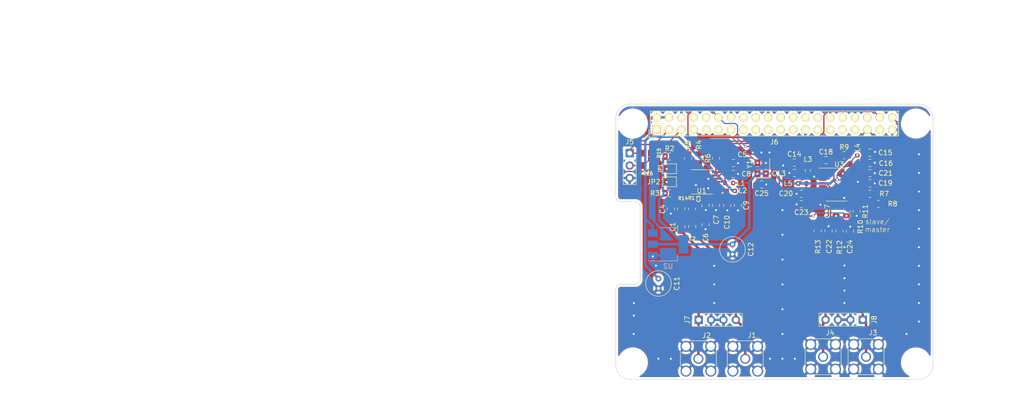
<source format=kicad_pcb>
(kicad_pcb (version 20211014) (generator pcbnew)
  (layers (0 "F.Cu" signal) (1 "In1.Cu" power) (2 "In2.Cu" power) (31 "B.Cu" signal) (34 "B.Paste" user) (35 "F.Paste" user) (36 "B.SilkS" user "B.Silkscreen") (37 "F.SilkS" user "F.Silkscreen") (38 "B.Mask" user) (39 "F.Mask" user) (44 "Edge.Cuts" user))
  (net 0 "")
  (net 1 "Net-(C1-Pad2)")
  (net 2 "/InL")
  (net 3 "/InR")
  (net 4 "Net-(C2-Pad2)")
  (net 5 "GND")
  (net 6 "/VDD")
  (net 7 "/VCC")
  (net 8 "+5V")
  (net 9 "+3.3V")
  (net 10 "/CPVDD")
  (net 11 "/DVDD")
  (net 12 "Net-(C17-Pad1)")
  (net 13 "Net-(C18-Pad1)")
  (net 14 "Net-(C18-Pad2)")
  (net 15 "Net-(C19-Pad1)")
  (net 16 "/AVDD")
  (net 17 "/OutR")
  (net 18 "/OutL")
  (net 19 "SDA")
  (net 20 "SCL")
  (net 21 "Net-(J6-Pad1)")
  (net 22 "GPCLK0")
  (net 26 "BCK")
  (net 44 "LRCK")
  (net 47 "Dout")
  (net 48 "Din")
  (net 49 "Net-(JP1-Pad2)")
  (net 50 "Net-(JP2-Pad2)")
  (net 51 "Net-(R4-Pad1)")
  (net 52 "Net-(R5-Pad1)")
  (net 53 "Net-(R6-Pad1)")
  (net 54 "Net-(R7-Pad2)")
  (net 55 "Net-(R8-Pad2)")
  (net 56 "Net-(R9-Pad2)")
  (net 57 "Net-(R10-Pad2)")
  (net 58 "Net-(R12-Pad1)")
  (net 59 "Net-(R13-Pad1)")
  (net 60 "/VREF")
  (net 61 "/VINL")
  (net 62 "/VINR")
  (footprint "RPi_Hat:RPi_Hat_Mounting_Hole" (layer "F.Cu") (at 174.6716 62.2572)
    (fp_text reference "" hide)
    (fp_text value "" hide)
  )
  (footprint "RPi_Hat:RPi_Hat_Mounting_Hole" (layer "F.Cu") (at 116.6716 62.2572)
    (fp_text reference "" hide)
    (fp_text value "" hide)
  )
  (footprint "RPi_Hat:RPi_Hat_Mounting_Hole" (layer "F.Cu") (at 116.6716 111.2572)
    (fp_text reference "" hide)
    (fp_text value "" hide)
  )
  (footprint "RPi_Hat:RPi_Hat_Mounting_Hole" (layer "F.Cu") (at 174.6716 111.2572)
    (fp_text reference "" hide)
    (fp_text value "" hide)
  )
  (footprint "RPi_Hat:Pin_Header_Straight_2x20" (layer "F.Cu") (at 145.6716 62.2572 90)
    (fp_text reference "J6")
    (fp_text value "RPi_GPIO")
  )
  (footprint "Capacitor_SMD:C_0805_2012Metric" (layer "F.Cu") (at 131.572 79.0448 -90)
    (fp_text reference "C3")
    (fp_text value "10u")
  )
  (footprint "Resistor_SMD:R_0805_2012Metric" (layer "F.Cu") (at 128.778 79.756 90)
    (fp_text reference "R1")
    (fp_text value "1k")
  )
  (footprint "Resistor_SMD:R_0805_2012Metric" (layer "F.Cu") (at 160.4264 80.264 90)
    (fp_text reference "R10")
    (fp_text value "51")
  )
  (footprint "Capacitor_SMD:C_0805_2012Metric" (layer "F.Cu") (at 156.21 69.7484)
    (fp_text reference "C18")
    (fp_text value "2.2u")
  )
  (footprint "Capacitor_SMD:C_0805_2012Metric" (layer "F.Cu") (at 136.017001 79.0448 -90)
    (fp_text reference "C10")
    (fp_text value "100n")
  )
  (footprint "Resistor_SMD:R_0805_2012Metric" (layer "F.Cu") (at 124.206 69.0372)
    (fp_text reference "R2")
    (fp_text value "10k")
  )
  (footprint "Resistor_SMD:R_0805_2012Metric" (layer "F.Cu") (at 119.7864 68.326 180)
    (fp_text reference "R15")
    (fp_text value "2.2k")
  )
  (footprint "Capacitor_SMD:C_0805_2012Metric" (layer "F.Cu") (at 124.46 79.7916 90)
    (fp_text reference "C4")
    (fp_text value "100p")
  )
  (footprint "Connector_PinHeader_2.54mm:PinHeader_1x04_P2.54mm_Vertical" (layer "F.Cu") (at 130.1596 102.5144 90)
    (fp_text reference "J7")
    (fp_text value "In")
  )
  (footprint "Connector_PinHeader_2.54mm:PinHeader_1x03_P2.54mm_Vertical" (layer "F.Cu") (at 116.0272 68.341)
    (fp_text reference "J5")
    (fp_text value "I2C")
  )
  (footprint "Jumper:SolderJumper-2_P1.3mm_Open_Pad1.0x1.5mm" (layer "F.Cu") (at 124.207 71.526401)
    (fp_text reference "JP1")
    (fp_text value "MD0")
  )
  (footprint "Resistor_SMD:R_0805_2012Metric" (layer "F.Cu") (at 159.004 84.2772 -90)
    (fp_text reference "R12")
    (fp_text value "470")
  )
  (footprint "Resistor_SMD:R_0805_2012Metric" (layer "F.Cu") (at 159.9692 68.7444)
    (fp_text reference "R9")
    (fp_text value "51")
  )
  (footprint "Resistor_SMD:R_0805_2012Metric" (layer "F.Cu") (at 126.5936 79.756 90)
    (fp_text reference "R14")
    (fp_text value "1k")
  )
  (footprint "Capacitor_THT:C_Radial_D5.0mm_H7.0mm_P2.00mm" (layer "F.Cu") (at 137.0838 87.0618 -90)
    (fp_text reference "C12")
    (fp_text value "47u")
  )
  (footprint "Capacitor_SMD:C_0805_2012Metric" (layer "F.Cu") (at 165.2524 72.4408)
    (fp_text reference "C21")
    (fp_text value "100n")
  )
  (footprint "Capacitor_SMD:C_0805_2012Metric" (layer "F.Cu") (at 143.0528 74.7522)
    (fp_text reference "C25")
    (fp_text value "100n")
  )
  (footprint "Capacitor_SMD:C_0805_2012Metric" (layer "F.Cu") (at 158.2928 80.264 -90)
    (fp_text reference "C17")
    (fp_text value "2.2u")
  )
  (footprint "Capacitor_SMD:C_0805_2012Metric" (layer "F.Cu") (at 138.2014 79.0448 -90)
    (fp_text reference "C9")
    (fp_text value "10u")
  )
  (footprint "Resistor_SMD:R_0603_1608Metric" (layer "F.Cu") (at 136.3726 74.4474 180)
    (fp_text reference "L1")
    (fp_text value "L")
  )
  (footprint "Capacitor_SMD:C_0805_2012Metric" (layer "F.Cu") (at 156.7688 84.2772 90)
    (fp_text reference "C22")
    (fp_text value "1.5n")
  )
  (footprint "Capacitor_SMD:C_0805_2012Metric" (layer "F.Cu") (at 128.8288 83.3882 90)
    (fp_text reference "C2")
    (fp_text value "10u")
  )
  (footprint "Resistor_SMD:R_0805_2012Metric" (layer "F.Cu") (at 154.5336 84.2753 -90)
    (fp_text reference "R13")
    (fp_text value "470")
  )
  (footprint "Capacitor_SMD:C_0805_2012Metric" (layer "F.Cu") (at 165.2016 68.2244)
    (fp_text reference "C15")
    (fp_text value "10u")
  )
  (footprint "Resistor_SMD:R_0805_2012Metric" (layer "F.Cu") (at 124.206 76.5556)
    (fp_text reference "R3")
    (fp_text value "10k")
  )
  (footprint "Capacitor_SMD:C_0805_2012Metric" (layer "F.Cu") (at 161.1376 84.328 90)
    (fp_text reference "C24")
    (fp_text value "1.5n")
  )
  (footprint "Resistor_SMD:R_0805_2012Metric" (layer "F.Cu") (at 165.2016 76.6572 180)
    (fp_text reference "R7")
    (fp_text value "51")
  )
  (footprint "Resistor_SMD:R_0603_1608Metric" (layer "F.Cu") (at 151.384 74.549)
    (fp_text reference "L5")
    (fp_text value "L")
  )
  (footprint "Capacitor_SMD:C_0805_2012Metric" (layer "F.Cu") (at 126.619 83.4136 90)
    (fp_text reference "C1")
    (fp_text value "10u")
  )
  (footprint "Capacitor_SMD:C_0805_2012Metric" (layer "F.Cu") (at 137.2616 70.358)
    (fp_text reference "C5")
    (fp_text value "10u")
  )
  (footprint "Capacitor_SMD:C_0805_2012Metric" (layer "F.Cu") (at 133.7056 79.0448 -90)
    (fp_text reference "C7")
    (fp_text value "100n")
  )
  (footprint "Capacitor_SMD:C_0805_2012Metric" (layer "F.Cu") (at 165.2524 74.5236)
    (fp_text reference "C19")
    (fp_text value "10u")
  )
  (footprint "Crystal:Crystal_SMD_3225-4Pin_3.2x2.5mm" (layer "F.Cu") (at 143.0528 71.4248 90)
    (fp_text reference "Y1")
    (fp_text value "Oscillator")
  )
  (footprint "Connector_PinHeader_2.54mm:PinHeader_1x04_P2.54mm_Vertical" (layer "F.Cu") (at 163.7692 102.489 -90)
    (fp_text reference "J8")
    (fp_text value "In")
  )
  (footprint "Resistor_SMD:R_0805_2012Metric" (layer "F.Cu") (at 162.5092 80.264 90)
    (fp_text reference "R11")
    (fp_text value "51")
  )
  (footprint "Connector_Coaxial:SMA_Amphenol_132134_Vertical" (layer "F.Cu") (at 139.7 110.49)
    (fp_text reference "J1")
    (fp_text value "INR")
  )
  (footprint "Connector_Coaxial:SMA_Amphenol_132134_Vertical" (layer "F.Cu") (at 164.4396 110.0836)
    (fp_text reference "J3")
    (fp_text value "Conn_Coaxial")
  )
  (footprint "Capacitor_SMD:C_0805_2012Metric" (layer "F.Cu") (at 137.2616 72.5932)
    (fp_text reference "C8")
    (fp_text value "100n")
  )
  (footprint "Resistor_SMD:R_0805_2012Metric" (layer "F.Cu") (at 130.1496 69.3928 90)
    (fp_text reference "R4")
    (fp_text value "51")
  )
  (footprint "Capacitor_SMD:C_0805_2012Metric" (layer "F.Cu") (at 165.2372 70.3486)
    (fp_text reference "C16")
    (fp_text value "100n")
  )
  (footprint "Resistor_SMD:R_0805_2012Metric" (layer "F.Cu") (at 127.9652 69.3928 90)
    (fp_text reference "R5")
    (fp_text value "51")
  )
  (footprint "Capacitor_SMD:C_0805_2012Metric" (layer "F.Cu") (at 151.1808 78.7908 180)
    (fp_text reference "C23")
    (fp_text value "100n")
  )
  (footprint "Resistor_SMD:R_0805_2012Metric" (layer "F.Cu") (at 166.9796 78.74 180)
    (fp_text reference "R8")
    (fp_text value "51")
  )
  (footprint "Capacitor_THT:C_Radial_D5.0mm_H7.0mm_P2.00mm" (layer "F.Cu") (at 121.92 94.0628 -90)
    (fp_text reference "C11")
    (fp_text value "47u")
  )
  (footprint "Resistor_SMD:R_0805_2012Metric" (layer "F.Cu") (at 133.7056 69.3928 90)
    (fp_text reference "R6")
    (fp_text value "51")
  )
  (footprint "Library:SOP65P640X120-14N" (layer "F.Cu") (at 130.81 74.2188 180)
    (fp_text reference "U1")
    (fp_text value "PCM1808PWR")
  )
  (footprint "Capacitor_SMD:C_0805_2012Metric" (layer "F.Cu") (at 131.572 83.0072 90)
    (fp_text reference "C6")
    (fp_text value "100p")
  )
  (footprint "Capacitor_SMD:C_0805_2012Metric" (layer "F.Cu") (at 151.1808 76.6572 180)
    (fp_text reference "C20")
    (fp_text value "10u")
  )
  (footprint "Package_SO:TSSOP-20_4.4x6.5mm_P0.65mm" (layer "F.Cu") (at 158.3944 74.7776)
    (fp_text reference "U3")
    (fp_text value "PCM5102")
  )
  (footprint "Resistor_SMD:R_0805_2012Metric" (layer "F.Cu") (at 119.7864 70.866 180)
    (fp_text reference "R16")
    (fp_text value "2.2k")
  )
  (footprint "Resistor_SMD:R_0603_1608Metric" (layer "F.Cu") (at 162.6362 69.6468 -90)
    (fp_text reference "L4")
    (fp_text value "L")
  )
  (footprint "Connector_Coaxial:SMA_Amphenol_132134_Vertical" (layer "F.Cu") (at 130.0988 110.49)
    (fp_text reference "J2")
    (fp_text value "INL")
  )
  (footprint "Capacitor_SMD:C_0805_2012Metric" (layer "F.Cu") (at 149.7584 70.2564 180)
    (fp_text reference "C14")
    (fp_text value "100n")
  )
  (footprint "Resistor_SMD:R_0603_1608Metric" (layer "F.Cu") (at 136.779 76.073 180)
    (fp_text reference "L2")
    (fp_text value "L")
  )
  (footprint "Capacitor_SMD:C_0805_2012Metric" (layer "F.Cu") (at 149.7584 72.39 180)
    (fp_text reference "C13")
    (fp_text value "10u")
  )
  (footprint "Resistor_SMD:R_0603_1608Metric" (layer "F.Cu") (at 152.527 71.882 90)
    (fp_text reference "L3")
    (fp_text value "L")
  )
  (footprint "Jumper:SolderJumper-2_P1.3mm_Open_Pad1.0x1.5mm" (layer "F.Cu") (at 124.207 74.218801)
    (fp_text reference "JP2")
    (fp_text value "MD1")
  )
  (footprint "Connector_Coaxial:SMA_Amphenol_132134_Vertical" (layer "F.Cu") (at 155.6512 110.0836)
    (fp_text reference "J4")
    (fp_text value "Conn_Coaxial")
  )
  (footprint "Package_TO_SOT_SMD:SOT-223-3_TabPin2" (layer "B.Cu") (at 123.9012 87.0204)
    (fp_text reference "U2")
    (fp_text value "LM1117-3.3")
  )
  (gr_arc (start 175.1716 58.2572) (mid 177.29292 59.13588) (end 178.1716 61.2572) (layer "Edge.Cuts") (width 0.1))
  (gr_arc (start 113.1716 61.2572) (mid 114.05028 59.13588) (end 116.1716 58.2572) (layer "Edge.Cuts") (width 0.1))
  (gr_arc (start 116.1716 114.7572) (mid 114.05028 113.87852) (end 113.1716 111.7572) (layer "Edge.Cuts") (width 0.1))
  (gr_arc (start 178.1716 111.7572) (mid 177.29292 113.87852) (end 175.1716 114.7572) (layer "Edge.Cuts") (width 0.1))
  (gr_arc (start 114.1716 78.2572) (mid 113.464493 77.964307) (end 113.1716 77.2572) (layer "Edge.Cuts") (width 0.1))
  (gr_arc (start 118.1716 94.2572) (mid 117.878707 94.964307) (end 117.1716 95.2572) (layer "Edge.Cuts") (width 0.1))
  (gr_arc (start 113.1716 96.2572) (mid 113.464493 95.550093) (end 114.1716 95.2572) (layer "Edge.Cuts") (width 0.1))
  (gr_line (start 178.1716 61.2572) (end 178.1716 111.7572) (layer "Edge.Cuts") (width 0.1))
  (gr_line (start 113.1716 61.2572) (end 113.1716 77.2572) (layer "Edge.Cuts") (width 0.1))
  (gr_line (start 113.1716 96.2572) (end 113.1716 111.7572) (layer "Edge.Cuts") (width 0.1))
  (gr_line (start 116.1716 114.7572) (end 175.1716 114.7572) (layer "Edge.Cuts") (width 0.1))
  (gr_line (start 114.1716 95.2572) (end 117.1716 95.2572) (layer "Edge.Cuts") (width 0.1))
  (gr_arc (start 117.1716 78.2572) (mid 117.878707 78.550093) (end 118.1716 79.2572) (layer "Edge.Cuts") (width 0.1))
  (gr_line (start 114.1716 78.2572) (end 117.1716 78.2572) (layer "Edge.Cuts") (width 0.1))
  (gr_line (start 118.1716 79.2572) (end 118.1716 94.2572) (layer "Edge.Cuts") (width 0.1))
  (gr_line (start 116.1716 58.2572) (end 175.1716 58.2572) (layer "Edge.Cuts") (width 0.1))
  (gr_text "slave/\nmaster" (at 166.751 83.185) (layer "F.SilkS") (effects (font (size 1 1) (thickness 0.1))))
  (segment (start 126.619 80.6939) (end 126.5936 80.6685) (width 0.25) (layer "F.Cu") (net 1))
  (segment (start 126.619 82.4636) (end 126.619 80.6939) (width 0.25) (layer "F.Cu") (net 1))
  (segment (start 130.0988 110.49) (end 130.0988 102.5752) (width 0.5) (layer "F.Cu") (net 2))
  (segment (start 130.0988 102.5752) (end 130.1596 102.5144) (width 0.5) (layer "F.Cu") (net 2))
  (segment (start 130.1596 87.9042) (end 126.619 84.3636) (width 0.5) (layer "F.Cu") (net 2))
  (segment (start 130.1596 102.5144) (end 130.1596 87.9042) (width 0.5) (layer "F.Cu") (net 2))
  (segment (start 139.7 110.49) (end 139.7 104.4348) (width 0.5) (layer "F.Cu") (net 3))
  (segment (start 139.7 104.4348) (end 137.7796 102.5144) (width 0.5) (layer "F.Cu") (net 3))
  (segment (start 137.7796 102.5144) (end 137.7796 93.289) (width 0.5) (layer "F.Cu") (net 3))
  (segment (start 137.7796 93.289) (end 128.8288 84.3382) (width 0.5) (layer "F.Cu") (net 3))
  (segment (start 128.8288 82.4382) (end 128.8288 80.7193) (width 0.25) (layer "F.Cu") (net 4))
  (segment (start 161.2569 72.5026) (end 159.6754 72.5026) (width 0.25) (layer "F.Cu") (net 5))
  (segment (start 162.5294 74.4526) (end 162.7632 74.2188) (width 0.25) (layer "F.Cu") (net 5))
  (segment (start 160.151 77.7026) (end 159.9692 77.5208) (width 0.25) (layer "F.Cu") (net 5))
  (segment (start 155.0924 78.8924) (end 155.0924 78.1421) (width 0.25) (layer "F.Cu") (net 5))
  (segment (start 148.7424 72.39) (end 148.7424 70.3224) (width 0.25) (layer "F.Cu") (net 5))
  (segment (start 161.2569 74.4526) (end 162.5294 74.4526) (width 0.25) (layer "F.Cu") (net 5))
  (segment (start 148.7424 70.3224) (end 148.8084 70.2564) (width 0.25) (layer "F.Cu") (net 5))
  (segment (start 159.6754 72.5026) (end 159.6644 72.4916) (width 0.25) (layer "F.Cu") (net 5))
  (segment (start 132.1516 75.5188) (end 132.1308 75.5396) (width 0.25) (layer "F.Cu") (net 5))
  (segment (start 161.2569 77.7026) (end 160.151 77.7026) (width 0.25) (layer "F.Cu") (net 5))
  (segment (start 155.0924 78.1421) (end 155.5319 77.7026) (width 0.25) (layer "F.Cu") (net 5))
  (segment (start 148.082 70.2564) (end 147.4724 70.866) (width 0.25) (layer "F.Cu") (net 5))
  (segment (start 133.68 73.5688) (end 132.1712 73.5688) (width 0.25) (layer "F.Cu") (net 5))
  (segment (start 155.5319 73.1526) (end 153.823 73.1526) (width 0.25) (layer "F.Cu") (net 5))
  (segment (start 132.1712 73.5688) (end 132.1308 73.6092) (width 0.25) (layer "F.Cu") (net 5))
  (segment (start 153.823 73.1526) (end 153.8224 73.152) (width 0.25) (layer "F.Cu") (net 5))
  (segment (start 133.68 75.5188) (end 132.1516 75.5188) (width 0.25) (layer "F.Cu") (net 5))
  (segment (start 148.8084 70.2564) (end 148.082 70.2564) (width 0.25) (layer "F.Cu") (net 5))
  (segment (start 129.5804 74.8688) (end 129.5908 74.8792) (width 0.25) (layer "F.Cu") (net 5))
  (segment (start 127.94 74.8688) (end 129.5804 74.8688) (width 0.25) (layer "F.Cu") (net 5))
  (segment (start 155.5319 77.7026) (end 155.5319 77.0526) (width 0.25) (layer "F.Cu") (net 5))
  (via (at 147.32 105.41) (size 0.6) (drill 0.4) (layers "F.Cu" "B.Cu") (net 5))
  (via (at 133.7056 80.01) (size 0.6) (drill 0.4) (layers "F.Cu" "B.Cu") (net 5))
  (via (at 147.32 110.49) (size 0.6) (drill 0.4) (layers "F.Cu" "B.Cu") (net 5))
  (via (at 116.8654 101.6508) (size 0.6) (drill 0.4) (layers "F.Cu" "B.Cu") (net 5))
  (via (at 138.2268 70.3834) (size 0.6) (drill 0.4) (layers "F.Cu" "B.Cu") (net 5))
  (via (at 175.26 80.01) (size 0.6) (drill 0.4) (layers "F.Cu" "B.Cu") (net 5))
  (via (at 147.32 80.01) (size 0.6) (drill 0.4) (layers "F.Cu" "B.Cu") (net 5))
  (via (at 143.9164 70.358) (size 0.6) (drill 0.4) (layers "F.Cu" "B.Cu") (net 5))
  (via (at 162.5092 81.1784) (size 0.6) (drill 0.4) (layers "F.Cu" "B.Cu") (net 5))
  (via (at 175.26 102.87) (size 0.6) (drill 0.4) (layers "F.Cu" "B.Cu") (net 5))
  (via (at 121.412 91.3892) (size 0.6) (drill 0.4) (layers "F.Cu" "B.Cu") (net 5))
  (via (at 147.32 90.17) (size 0.6) (drill 0.4) (layers "F.Cu" "B.Cu") (net 5))
  (via (at 161.1884 83.4136) (size 0.6) (drill 0.4) (layers "F.Cu" "B.Cu") (net 5))
  (via (at 132.1308 75.5396) (size 0.6) (drill 0.4) (layers "F.Cu" "B.Cu") (net 5))
  (via (at 148.7424 72.39) (size 0.6) (drill 0.4) (layers "F.Cu" "B.Cu") (net 5))
  (via (at 133.35 91.44) (size 0.6) (drill 0.4) (layers "F.Cu" "B.Cu") (net 5))
  (via (at 175.26 68.58) (size 0.6) (drill 0.4) (layers "F.Cu" "B.Cu") (net 5))
  (via (at 175.26 87.63) (size 0.6) (drill 0.4) (layers "F.Cu" "B.Cu") (net 5))
  (via (at 129.5908 74.8792) (size 0.6) (drill 0.4) (layers "F.Cu" "B.Cu") (net 5))
  (via (at 175.26 72.39) (size 0.6) (drill 0.4) (layers "F.Cu" "B.Cu") (net 5))
  (via (at 133.35 95.25) (size 0.6) (drill 0.4) (layers "F.Cu" "B.Cu") (net 5))
  (via (at 166.2684 68.072) (size 0.6) (drill 0.4) (layers "F.Cu" "B.Cu") (net 5))
  (via (at 124.46 110.49) (size 0.6) (drill 0.4) (layers "F.Cu" "B.Cu") (net 5))
  (via (at 123.5964 74.2696) (size 0.6) (drill 0.4) (layers "F.Cu" "B.Cu") (net 5))
  (via (at 153.8224 73.152) (size 0.6) (drill 0.4) (layers "F.Cu" "B.Cu") (net 5))
  (via (at 147.32 100.33) (size 0.6) (drill 0.4) (layers "F.Cu" "B.Cu") (net 5))
  (via (at 133.35 99.06) (size 0.6) (drill 0.4) (layers "F.Cu" "B.Cu") (net 5))
  (via (at 160.013478 96.503951) (size 0.6) (drill 0.4) (layers "F.Cu" "B.Cu") (net 5))
  (via (at 147.32 85.09) (size 0.6) (drill 0.4) (layers "F.Cu" "B.Cu") (net 5))
  (via (at 172.72 105.41) (size 0.6) (drill 0.4) (layers "F.Cu" "B.Cu") (net 5))
  (via (at 156.7688 83.312) (size 0.6) (drill 0.4) (layers "F.Cu" "B.Cu") (net 5))
  (via (at 160.02 99.06) (size 0.6) (drill 0.4) (layers "F.Cu" "B.Cu") (net 5))
  (via (at 124.46 80.7212) (size 0.6) (drill 0.4) (layers "F.Cu" "B.Cu") (net 5))
  (via (at 144.78 110.49) (size 0.6) (drill 0.4) (layers "F.Cu" "B.Cu") (net 5))
  (via (at 158.2928 81.214) (size 0.6) (drill 0.4) (layers "F.Cu" "B.Cu") (net 5))
  (via (at 121.92 110.49) (size 0.6) (drill 0.4) (layers "F.Cu" "B.Cu") (net 5))
  (via (at 138.201401 80.0608) (size 0.6) (drill 0.4) (layers "F.Cu" "B.Cu") (net 5))
  (via (at 123.5964 71.5772) (size 0.6) (drill 0.4) (layers "F.Cu" "B.Cu") (net 5))
  (via (at 143.9926 74.7522) (size 0.6) (drill 0.4) (layers "F.Cu" "B.Cu") (net 5))
  (via (at 131.6228 80.01) (size 0.6) (drill 0.4) (layers "F.Cu" "B.Cu") (net 5))
  (via (at 136.017001 80.0608) (size 0.6) (drill 0.4) (layers "F.Cu" "B.Cu") (net 5))
  (via (at 160.02 87.63) (size 0.6) (drill 0.4) (layers "F.Cu" "B.Cu") (net 5))
  (via (at 175.26 99.06) (size 0.6) (drill 0.4) (layers "F.Cu" "B.Cu") (net 5))
  (via (at 166.2176 72.4408) (size 0.6) (drill 0.4) (layers "F.Cu" "B.Cu") (net 5))
  (via (at 175.26 95.25) (size 0.6) (drill 0.4) (layers "F.Cu" "B.Cu") (net 5))
  (via (at 147.32 95.25) (size 0.6) (drill 0.4) (layers "F.Cu" "B.Cu") (net 5))
  (via (at 160.013478 91.384849) (size 0.6) (drill 0.4) (layers "F.Cu" "B.Cu") (net 5))
  (via (at 175.26 91.44) (size 0.6) (drill 0.4) (layers "F.Cu" "B.Cu") (net 5))
  (via (at 144.653 68.199) (size 0.6) (drill 0.4) (layers "F.Cu" "B.Cu") (net 5))
  (via (at 175.26 76.2) (size 0.6) (drill 0.4) (layers "F.Cu" "B.Cu") (net 5))
  (via (at 149.86 110.49) (size 0.6) (drill 0.4) (layers "F.Cu" "B.Cu") (net 5))
  (via (at 141.224 68.199) (size 0.6) (drill 0.4) (layers "F.Cu" "B.Cu") (net 5))
  (via (at 132.1308 73.6092) (size 0.6) (drill 0.4) (layers "F.Cu" "B.Cu") (net 5))
  (via (at 159.6644 72.4916) (size 0.6) (drill 0.4) (layers "F.Cu" "B.Cu") (net 5))
  (via (at 160.02 93.98) (size 0.6) (drill 0.4) (layers "F.Cu" "B.Cu") (net 5))
  (via (at 150.2156 76.6572) (size 0.6) (drill 0.4) (layers "F.Cu" "B.Cu") (net 5))
  (via (at 143.002 68.199) (size 0.6) (drill 0.4) (layers "F.Cu" "B.Cu") (net 5))
  (via (at 116.84 105.41) (size 0.6) (drill 0.4) (layers "F.Cu" "B.Cu") (net 5))
  (via (at 120.7512 89.51) (size 0.6) (drill 0.4) (layers "F.Cu" "B.Cu") (net 5))
  (via (at 162.7632 74.2188) (size 0.6) (drill 0.4) (layers "F.Cu" "B.Cu") (net 5))
  (via (at 175.26 83.82) (size 0.6) (drill 0.4) (layers "F.Cu" "B.Cu") (net 5))
  (via (at 131.572 83.9216) (size 0.6) (drill 0.4) (layers "F.Cu" "B.Cu") (net 5))
  (via (at 147.4724 70.866) (size 0.6) (drill 0.4) (layers "F.Cu" "B.Cu") (net 5))
  (via (at 138.2268 72.5932) (size 0.6) (drill 0.4) (layers "F.Cu" "B.Cu") (net 5))
  (via (at 166.2176 70.3072) (size 0.6) (drill 0.4) (layers "F.Cu" "B.Cu") (net 5))
  (via (at 155.0924 78.8924) (size 0.6) (drill 0.4) (layers "F.Cu" "B.Cu") (net 5))
  (via (at 166.2176 74.5236) (size 0.6) (drill 0.4) (layers "F.Cu" "B.Cu") (net 5))
  (via (at 150.2156 78.8416) (size 0.6) (drill 0.4) (layers "F.Cu" "B.Cu") (net 5))
  (via (at 159.9692 77.5208) (size 0.6) (drill 0.4) (layers "F.Cu" "B.Cu") (net 5))
  (via (at 116.8908 99.0854) (size 0.6) (drill 0.4) (layers "F.Cu" "B.Cu") (net 5))
  (segment (start 120.7512 89.51) (end 120.7512 90.7284) (width 0.5) (layer "B.Cu") (net 5))
  (segment (start 120.7512 90.7284) (end 121.412 91.3892) (width 0.5) (layer "B.Cu") (net 5))
  (segment (start 120.7512 89.3204) (end 120.7512 89.51) (width 0.5) (layer "B.Cu") (net 5))
  (segment (start 135.5476 74.4474) (end 135.5476 73.3572) (width 0.25) (layer "F.Cu") (net 6))
  (segment (start 135.319 74.2188) (end 133.68 74.2188) (width 0.25) (layer "F.Cu") (net 6))
  (segment (start 136.3116 72.5932) (end 136.3116 70.358) (width 0.25) (layer "F.Cu") (net 6))
  (segment (start 135.5476 74.4474) (end 135.319 74.2188) (width 0.25) (layer "F.Cu") (net 6))
  (segment (start 135.5476 73.3572) (end 136.3116 72.5932) (width 0.25) (layer "F.Cu") (net 6))
  (segment (start 136.017001 78.0948) (end 136.017001 76.136001) (width 0.25) (layer "F.Cu") (net 7))
  (segment (start 134.326189 74.8688) (end 133.68 74.8688) (width 0.25) (layer "F.Cu") (net 7))
  (segment (start 136.017001 76.136001) (end 135.954 76.073) (width 0.25) (layer "F.Cu") (net 7))
  (segment (start 134.69 75.254) (end 134.69 75.232611) (width 0.25) (layer "F.Cu") (net 7))
  (segment (start 135.509 76.073) (end 134.69 75.254) (width 0.25) (layer "F.Cu") (net 7))
  (segment (start 134.69 75.232611) (end 134.326189 74.8688) (width 0.25) (layer "F.Cu") (net 7))
  (segment (start 138.2014 78.0948) (end 136.017001 78.0948) (width 0.25) (layer "F.Cu") (net 7))
  (segment (start 135.954 76.073) (end 135.509 76.073) (width 0.25) (layer "F.Cu") (net 7))
  (via (at 137.541 76.073) (size 0.6) (drill 0.4) (layers "F.Cu" "B.Cu") (net 8))
  (segment (start 137.16 76.073) (end 126.0522 64.9652) (width 0.5) (layer "B.Cu") (net 8))
  (segment (start 120.7512 83.3116) (end 119.2276 81.788) (width 0.5) (layer "B.Cu") (net 8))
  (segment (start 121.5416 60.9872) (end 124.0816 60.9872) (width 0.5) (layer "B.Cu") (net 8))
  (segment (start 119.2276 81.788) (end 119.2276 91.3704) (width 0.5) (layer "B.Cu") (net 8))
  (segment (start 119.2276 81.788) (end 119.2276 65.759201) (width 0.5) (layer "B.Cu") (net 8))
  (segment (start 120.7512 84.7204) (end 120.7512 83.3116) (width 0.5) (layer "B.Cu") (net 8))
  (segment (start 126.0522 64.9652) (end 120.021601 64.9652) (width 0.5) (layer "B.Cu") (net 8))
  (segment (start 120.6736 60.9872) (end 121.5416 60.9872) (width 0.5) (layer "B.Cu") (net 8))
  (segment (start 119.2276 91.3704) (end 121.92 94.0628) (width 0.5) (layer "B.Cu") (net 8))
  (segment (start 137.541 76.073) (end 137.16 76.073) (width 0.5) (layer "B.Cu") (net 8))
  (segment (start 120.021601 64.9652) (end 120.021601 61.639199) (width 0.5) (layer "B.Cu") (net 8))
  (segment (start 120.021601 61.639199) (end 120.6736 60.9872) (width 0.5) (layer "B.Cu") (net 8))
  (segment (start 119.2276 65.759201) (end 120.021601 64.9652) (width 0.5) (layer "B.Cu") (net 8))
  (segment (start 142.1028 72.6248) (end 142.2028 72.5248) (width 0.25) (layer "F.Cu") (net 9))
  (segment (start 142.1028 74.7522) (end 142.1028 72.6248) (width 0.25) (layer "F.Cu") (net 9))
  (segment (start 161.2569 73.8026) (end 158.5058 73.8026) (width 0.25) (layer "F.Cu") (net 9))
  (segment (start 150.685 74.549) (end 152.527 72.707) (width 0.25) (layer "F.Cu") (net 9))
  (segment (start 158.5058 73.8026) (end 158.496 73.8124) (width 0.25) (layer "F.Cu") (net 9))
  (segment (start 150.559 74.549) (end 150.685 74.549) (width 0.25) (layer "F.Cu") (net 9))
  (via (at 142.1892 72.5424) (size 0.6) (drill 0.4) (layers "F.Cu" "B.Cu") (net 9))
  (via (at 137.2616 74.4474) (size 0.6) (drill 0.4) (layers "F.Cu" "B.Cu") (net 9))
  (via (at 123.2916 68.9864) (size 0.6) (drill 0.4) (layers "F.Cu" "B.Cu") (net 9))
  (via (at 158.496 73.8124) (size 0.6) (drill 0.4) (layers "F.Cu" "B.Cu") (net 9))
  (via (at 123.2916 76.5556) (size 0.6) (drill 0.4) (layers "F.Cu" "B.Cu") (net 9))
  (via (at 150.5204 74.549) (size 0.6) (drill 0.4) (layers "F.Cu" "B.Cu") (net 9))
  (via (at 143.9164 72.4916) (size 0.6) (drill 0.4) (layers "F.Cu" "B.Cu") (net 9))
  (via (at 162.6362 68.7578) (size 0.6) (drill 0.4) (layers "F.Cu" "B.Cu") (net 9))
  (segment (start 122.8464 69.4316) (end 123.2916 68.9864) (width 0.5) (layer "B.Cu") (net 9))
  (segment (start 122.0724 82.0416) (end 122.0724 77.7748) (width 0.5) (layer "B.Cu") (net 9))
  (segment (start 120.7512 87.0204) (end 127.0512 87.0204) (width 0.5) (layer "B.Cu") (net 9))
  (segment (start 137.2616 74.4474) (end 140.2842 74.4474) (width 0.25) (layer "B.Cu") (net 9))
  (segment (start 140.5128 74.2188) (end 142.1892 72.5424) (width 0.5) (layer "B.Cu") (net 9))
  (segment (start 140.5128 82.042) (end 140.5128 74.2188) (width 0.5) (layer "B.Cu") (net 9))
  (segment (start 122.0724 77.7748) (end 123.2916 76.5556) (width 0.5) (layer "B.Cu") (net 9))
  (segment (start 158.496 73.8124) (end 158.496 72.818542) (width 0.25) (layer "B.Cu") (net 9))
  (segment (start 158.496 72.818542) (end 162.556742 68.7578) (width 0.25) (layer "B.Cu") (net 9))
  (segment (start 145.542 72.4916) (end 143.9164 72.4916) (width 0.5) (layer "B.Cu") (net 9))
  (segment (start 127.0512 87.0204) (end 122.0724 82.0416) (width 0.5) (layer "B.Cu") (net 9))
  (segment (start 137.0424 87.0204) (end 137.0838 87.0618) (width 0.5) (layer "B.Cu") (net 9))
  (segment (start 137.0838 87.0618) (end 140.5128 83.6328) (width 0.5) (layer "B.Cu") (net 9))
  (segment (start 140.5128 83.6328) (end 140.5128 82.042) (width 0.5) (layer "B.Cu") (net 9))
  (segment (start 157.099 74.549) (end 157.8356 73.8124) (width 0.5) (layer "B.Cu") (net 9))
  (segment (start 140.2842 74.4474) (end 140.5128 74.2188) (width 0.25) (layer "B.Cu") (net 9))
  (segment (start 150.5204 74.549) (end 157.099 74.549) (width 0.5) (layer "B.Cu") (net 9))
  (segment (start 157.8356 73.8124) (end 158.496 73.8124) (width 0.5) (layer "B.Cu") (net 9))
  (segment (start 150.5204 74.549) (end 147.5994 74.549) (width 0.5) (layer "B.Cu") (net 9))
  (segment (start 127.0512 87.0204) (end 137.0424 87.0204) (width 0.5) (layer "B.Cu") (net 9))
  (segment (start 142.1892 72.5424) (end 143.8656 72.5424) (width 0.5) (layer "B.Cu") (net 9))
  (segment (start 123.2916 76.5556) (end 122.8464 76.1104) (width 0.5) (layer "B.Cu") (net 9))
  (segment (start 143.8656 72.5424) (end 143.9164 72.4916) (width 0.5) (layer "B.Cu") (net 9))
  (segment (start 162.556742 68.7578) (end 162.6362 68.7578) (width 0.25) (layer "B.Cu") (net 9))
  (segment (start 122.8464 76.1104) (end 122.8464 69.4316) (width 0.5) (layer "B.Cu") (net 9))
  (segment (start 147.5994 74.549) (end 145.542 72.4916) (width 0.5) (layer "B.Cu") (net 9))
  (segment (start 150.7084 72.39) (end 150.7084 70.2564) (width 0.25) (layer "F.Cu") (net 10))
  (segment (start 150.7084 70.2564) (end 151.7264 70.2564) (width 0.25) (layer "F.Cu") (net 10))
  (segment (start 152.527 71.057) (end 153.352 71.882) (width 0.25) (layer "F.Cu") (net 10))
  (segment (start 151.7264 70.2564) (end 152.527 71.057) (width 0.25) (layer "F.Cu") (net 10))
  (segment (start 153.352 71.882) (end 155.5025 71.882) (width 0.25) (layer "F.Cu") (net 10))
  (segment (start 162.6362 70.4718) (end 162.6362 70.4733) (width 0.25) (layer "F.Cu") (net 11))
  (segment (start 162.6362 70.4733) (end 161.2569 71.8526) (width 0.25) (layer "F.Cu") (net 11))
  (segment (start 164.164 70.4718) (end 164.2872 70.3486) (width 0.25) (layer "F.Cu") (net 11))
  (segment (start 162.6362 70.4718) (end 164.164 70.4718) (width 0.25) (layer "F.Cu") (net 11))
  (segment (start 164.2872 70.3486) (end 164.2872 68.26) (width 0.25) (layer "F.Cu") (net 11))
  (segment (start 156.220441 74.4526) (end 155.5319 74.4526) (width 0.25) (layer "F.Cu") (net 12))
  (segment (start 158.2928 76.524959) (end 156.220441 74.4526) (width 0.25) (layer "F.Cu") (net 12))
  (segment (start 158.2928 79.314) (end 158.2928 76.524959) (width 0.25) (layer "F.Cu") (net 12))
  (segment (start 155.26 69.7484) (end 156.5944 71.0828) (width 0.25) (layer "F.Cu") (net 13))
  (segment (start 156.5944 71.0828) (end 156.5944 72.128641) (width 0.25) (layer "F.Cu") (net 13))
  (segment (start 156.5944 72.128641) (end 156.220441 72.5026) (width 0.25) (layer "F.Cu") (net 13))
  (segment (start 156.220441 72.5026) (end 155.5319 72.5026) (width 0.25) (layer "F.Cu") (net 13))
  (segment (start 156.220441 73.8026) (end 155.5319 73.8026) (width 0.25) (layer "F.Cu") (net 14))
  (segment (start 157.16 72.863041) (end 156.220441 73.8026) (width 0.25) (layer "F.Cu") (net 14))
  (segment (start 157.16 69.7484) (end 157.16 72.863041) (width 0.25) (layer "F.Cu") (net 14))
  (segment (start 163.5906 73.1526) (end 161.2569 73.1526) (width 0.25) (layer "F.Cu") (net 15))
  (segment (start 164.3024 72.4408) (end 163.5906 73.1526) (width 0.25) (layer "F.Cu") (net 15))
  (segment (start 164.3024 74.5236) (end 164.3024 72.4408) (width 0.25) (layer "F.Cu") (net 15))
  (segment (start 152.209 74.549) (end 152.209 76.579) (width 0.25) (layer "F.Cu") (net 16))
  (segment (start 152.1308 78.7908) (end 152.1308 76.6572) (width 0.25) (layer "F.Cu") (net 16))
  (segment (start 152.3854 76.4026) (end 155.5319 76.4026) (width 0.25) (layer "F.Cu") (net 16))
  (segment (start 152.209 76.579) (end 152.1308 76.6572) (width 0.25) (layer "F.Cu") (net 16))
  (segment (start 152.1308 76.6572) (end 152.3854 76.4026) (width 0.25) (layer "F.Cu") (net 16))
  (segment (start 155.6512 110.0836) (end 155.6512 102.987) (width 0.5) (layer "F.Cu") (net 17))
  (segment (start 156.1492 85.8468) (end 156.7688 85.2272) (width 0.5) (layer "F.Cu") (net 17))
  (segment (start 156.7688 85.2272) (end 154.573 85.2272) (width 0.5) (layer "F.Cu") (net 17))
  (segment (start 154.573 85.2272) (end 154.5336 85.1878) (width 0.5) (layer "F.Cu") (net 17))
  (segment (start 155.6512 102.987) (end 156.1492 102.489) (width 0.5) (layer "F.Cu") (net 17))
  (segment (start 156.1492 102.489) (end 156.1492 85.8468) (width 0.5) (layer "F.Cu") (net 17))
  (segment (start 163.7692 87.9096) (end 161.1376 85.278) (width 0.5) (layer "F.Cu") (net 18))
  (segment (start 159.004 85.1897) (end 161.0493 85.1897) (width 0.5) (layer "F.Cu") (net 18))
  (segment (start 164.4396 110.0836) (end 164.4396 103.1594) (width 0.5) (layer "F.Cu") (net 18))
  (segment (start 161.0493 85.1897) (end 161.1376 85.278) (width 0.5) (layer "F.Cu") (net 18))
  (segment (start 163.7692 102.489) (end 163.7692 87.9096) (width 0.5) (layer "F.Cu") (net 18))
  (segment (start 164.4396 103.1594) (end 163.7692 102.489) (width 0.5) (layer "F.Cu") (net 18))
  (segment (start 121.0354 66.5734) (end 124.0816 63.5272) (width 0.25) (layer "F.Cu") (net 19))
  (segment (start 116.0272 68.341) (end 118.8589 68.341) (width 0.25) (layer "F.Cu") (net 19))
  (segment (start 118.8589 68.341) (end 118.8739 68.326) (width 0.25) (layer "F.Cu") (net 19))
  (segment (start 116.0272 67.6656) (end 117.1194 66.5734) (width 0.25) (layer "F.Cu") (net 19))
  (segment (start 117.1194 66.5734) (end 121.0354 66.5734) (width 0.25) (layer "F.Cu") (net 19))
  (segment (start 116.0272 68.341) (end 116.0272 67.6656) (width 0.25) (layer "F.Cu") (net 19))
  (segment (start 120.635449 67.0052) (end 123.1436 67.0052) (width 0.25) (layer "F.Cu") (net 20))
  (segment (start 118.8589 70.881) (end 119.888 69.8519) (width 0.25) (layer "F.Cu") (net 20))
  (segment (start 116.0272 70.881) (end 118.8589 70.881) (width 0.25) (layer "F.Cu") (net 20))
  (segment (start 123.1436 67.0052) (end 126.6216 63.5272) (width 0.25) (layer "F.Cu") (net 20))
  (segment (start 119.888 67.752649) (end 120.635449 67.0052) (width 0.25) (layer "F.Cu") (net 20))
  (segment (start 119.888 69.8519) (end 119.888 67.752649) (width 0.25) (layer "F.Cu") (net 20))
  (segment (start 114.0714 66.5988) (end 114.899998 65.770202) (width 0.25) (layer "F.Cu") (net 21))
  (segment (start 120.6989 70.866) (end 119.4797 72.0852) (width 0.25) (layer "F.Cu") (net 21))
  (segment (start 120.6989 70.866) (end 120.6989 68.326) (width 0.25) (layer "F.Cu") (net 21))
  (segment (start 119.298598 65.770202) (end 121.5416 63.5272) (width 0.25) (layer "F.Cu") (net 21))
  (segment (start 114.899998 65.770202) (end 119.298598 65.770202) (width 0.25) (layer "F.Cu") (net 21))
  (segment (start 115.0366 72.0852) (end 114.0714 71.12) (width 0.25) (layer "F.Cu") (net 21))
  (segment (start 114.0714 71.12) (end 114.0714 66.5988) (width 0.25) (layer "F.Cu") (net 21))
  (segment (start 119.4797 72.0852) (end 115.0366 72.0852) (width 0.25) (layer "F.Cu") (net 21))
  (segment (start 141.186 69.308) (end 135.823427 69.308) (width 0.25) (layer "F.Cu") (net 22))
  (segment (start 142.2028 70.3248) (end 142.2028 70.0748) (width 0.25) (layer "F.Cu") (net 22))
  (segment (start 150.1902 81.2292) (end 153.6192 81.2292) (width 0.25) (layer "F.Cu") (net 22))
  (segment (start 142.2028 70.0748) (end 143.0712 69.2064) (width 0.25) (layer "F.Cu") (net 22))
  (segment (start 134.8232 70.308227) (end 134.8232 72.563211) (width 0.25) (layer "F.Cu") (net 22))
  (segment (start 134.467611 72.9188) (end 133.68 72.9188) (width 0.25) (layer "F.Cu") (net 22))
  (segment (start 146.6596 70.4596) (end 146.6596 77.6986) (width 0.25) (layer "F.Cu") (net 22))
  (segment (start 143.0712 69.2064) (end 145.4064 69.2064) (width 0.25) (layer "F.Cu") (net 22))
  (segment (start 134.8232 72.563211) (end 134.467611 72.9188) (width 0.25) (layer "F.Cu") (net 22))
  (segment (start 142.2028 70.3248) (end 141.186 69.308) (width 0.25) (layer "F.Cu") (net 22))
  (segment (start 145.4064 69.2064) (end 146.6596 70.4596) (width 0.25) (layer "F.Cu") (net 22))
  (segment (start 135.823427 69.308) (end 134.8232 70.308227) (width 0.25) (layer "F.Cu") (net 22))
  (segment (start 146.6596 77.6986) (end 150.1902 81.2292) (width 0.25) (layer "F.Cu") (net 22))
  (via (at 160.4264 81.1765) (size 0.6) (drill 0.4) (layers "F.Cu" "B.Cu") (net 22))
  (via (at 142.2028 70.3248) (size 0.6) (drill 0.4) (layers "F.Cu" "B.Cu") (net 22))
  (via (at 153.6192 81.2292) (size 0.6) (drill 0.4) (layers "F.Cu" "B.Cu") (net 22))
  (segment (start 154.2594 80.589) (end 159.8389 80.589) (width 0.25) (layer "B.Cu") (net 22))
  (segment (start 130.3502 64.7158) (end 129.1616 63.5272) (width 0.25) (layer "B.Cu") (net 22))
  (segment (start 136.5938 64.7158) (end 130.3502 64.7158) (width 0.25) (layer "B.Cu") (net 22))
  (segment (start 142.2028 70.3248) (end 136.5938 64.7158) (width 0.25) (layer "B.Cu") (net 22))
  (segment (start 159.8389 80.589) (end 160.4264 81.1765) (width 0.25) (layer "B.Cu") (net 22))
  (segment (start 153.6192 81.2292) (end 154.2594 80.589) (width 0.25) (layer "B.Cu") (net 22))
  (segment (start 127.9652 68.4803) (end 127.9652 60.5028) (width 0.25) (layer "F.Cu") (net 26))
  (segment (start 132.8428 59.5884) (end 134.2416 60.9872) (width 0.25) (layer "F.Cu") (net 26))
  (segment (start 128.8796 59.5884) (end 132.8428 59.5884) (width 0.25) (layer "F.Cu") (net 26))
  (segment (start 127.9652 60.5028) (end 128.8796 59.5884) (width 0.25) (layer "F.Cu") (net 26))
  (segment (start 157.2744 66.9621) (end 159.0567 68.7444) (width 0.25) (layer "F.Cu") (net 26))
  (segment (start 139.7508 66.9621) (end 157.2744 66.9621) (width 0.25) (layer "F.Cu") (net 26))
  (via (at 139.7508 66.9621) (size 0.6) (drill 0.4) (layers "F.Cu" "B.Cu") (net 26))
  (segment (start 139.7508 66.9621) (end 138.1252 65.3365) (width 0.25) (layer "B.Cu") (net 26))
  (segment (start 138.1252 65.3365) (end 138.1252 62.6872) (width 0.25) (layer "B.Cu") (net 26))
  (segment (start 138.1252 62.6872) (end 137.684601 62.246601) (width 0.25) (layer "B.Cu") (net 26))
  (segment (start 137.684601 62.246601) (end 135.501001 62.246601) (width 0.25) (layer "B.Cu") (net 26))
  (segment (start 135.501001 62.246601) (end 134.2416 60.9872) (width 0.25) (layer "B.Cu") (net 26))
  (segment (start 135.8483 66.3376) (end 133.7056 68.4803) (width 0.25) (layer "F.Cu") (net 44))
  (segment (start 161.9112 66.3376) (end 135.8483 66.3376) (width 0.25) (layer "F.Cu") (net 44))
  (segment (start 164.7216 63.5272) (end 170.434 69.2396) (width 0.25) (layer "F.Cu") (net 44))
  (segment (start 167.894 76.6572) (end 166.1141 76.6572) (width 0.25) (layer "F.Cu") (net 44))
  (segment (start 170.434 69.2396) (end 170.434 74.1172) (width 0.25) (layer "F.Cu") (net 44))
  (segment (start 170.434 74.1172) (end 167.894 76.6572) (width 0.25) (layer "F.Cu") (net 44))
  (segment (start 164.7216 63.5272) (end 161.9112 66.3376) (width 0.25) (layer "F.Cu") (net 44))
  (segment (start 155.8036 63.966135) (end 155.8036 60.604265) (width 0.25) (layer "F.Cu") (net 47))
  (segment (start 132.7423 65.8876) (end 153.882135 65.8876) (width 0.25) (layer "F.Cu") (net 47))
  (segment (start 153.882135 65.8876) (end 155.8036 63.966135) (width 0.25) (layer "F.Cu") (net 47))
  (segment (start 156.616265 59.7916) (end 166.066 59.7916) (width 0.25) (layer "F.Cu") (net 47))
  (segment (start 130.1496 68.4803) (end 132.7423 65.8876) (width 0.25) (layer "F.Cu") (net 47))
  (segment (start 166.066 59.7916) (end 167.2616 60.9872) (width 0.25) (layer "F.Cu") (net 47))
  (segment (start 155.8036 60.604265) (end 156.616265 59.7916) (width 0.25) (layer "F.Cu") (net 47))
  (segment (start 170.9902 62.1758) (end 170.9902 75.6419) (width 0.25) (layer "F.Cu") (net 48))
  (segment (start 169.8016 60.9872) (end 170.9902 62.1758) (width 0.25) (layer "F.Cu") (net 48))
  (segment (start 170.9902 75.6419) (end 167.8921 78.74) (width 0.25) (layer "F.Cu") (net 48))
  (segment (start 124.857 71.526401) (end 124.857 69.2987) (width 0.25) (layer "F.Cu") (net 49))
  (segment (start 126.899399 73.5688) (end 127.94 73.5688) (width 0.25) (layer "F.Cu") (net 49))
  (segment (start 124.857 69.2987) (end 125.1185 69.0372) (width 0.25) (layer "F.Cu") (net 49))
  (segment (start 124.857 71.526401) (end 126.899399 73.5688) (width 0.25) (layer "F.Cu") (net 49))
  (segment (start 125.1185 76.5556) (end 125.1185 74.480301) (width 0.25) (layer "F.Cu") (net 50))
  (segment (start 125.1185 74.480301) (end 124.857 74.218801) (width 0.25) (layer "F.Cu") (net 50))
  (segment (start 127.94 74.2188) (end 124.857 74.218801) (width 0.25) (layer "F.Cu") (net 50))
  (segment (start 130.1496 71.496811) (end 130.1496 70.3053) (width 0.25) (layer "F.Cu") (net 51))
  (segment (start 127.94 72.9188) (end 128.727611 72.9188) (width 0.25) (layer "F.Cu") (net 51))
  (segment (start 128.727611 72.9188) (end 130.1496 71.496811) (width 0.25) (layer "F.Cu") (net 51))
  (segment (start 127.94 70.3305) (end 127.9652 70.3053) (width 0.25) (layer "F.Cu") (net 52))
  (segment (start 127.94 72.2688) (end 127.94 70.3305) (width 0.25) (layer "F.Cu") (net 52))
  (segment (start 133.68 70.3309) (end 133.7056 70.3053) (width 0.25) (layer "F.Cu") (net 53))
  (segment (start 133.68 72.2688) (end 133.68 70.3309) (width 0.25) (layer "F.Cu") (net 53))
  (segment (start 162.7345 75.1026) (end 161.2569 75.1026) (width 0.25) (layer "F.Cu") (net 54))
  (segment (start 164.2891 76.6572) (end 162.7345 75.1026) (width 0.25) (layer "F.Cu") (net 54))
  (segment (start 162.5698 75.7526) (end 161.2569 75.7526) (width 0.25) (layer "F.Cu") (net 55))
  (segment (start 163.068 77.724) (end 163.068 76.2508) (width 0.25) (layer "F.Cu") (net 55))
  (segment (start 164.084 78.74) (end 163.068 77.724) (width 0.25) (layer "F.Cu") (net 55))
  (segment (start 163.068 76.2508) (end 162.5698 75.7526) (width 0.25) (layer "F.Cu") (net 55))
  (segment (start 166.0671 78.74) (end 164.084 78.74) (width 0.25) (layer "F.Cu") (net 55))
  (segment (start 160.202316 76.4026) (end 157.871 74.071284) (width 0.25) (layer "F.Cu") (net 56))
  (segment (start 161.2569 76.4026) (end 160.202316 76.4026) (width 0.25) (layer "F.Cu") (net 56))
  (segment (start 157.871 74.071284) (end 157.871 72.1107) (width 0.25) (layer "F.Cu") (net 56))
  (segment (start 160.8817 69.1) (end 160.8817 68.7444) (width 0.25) (layer "F.Cu") (net 56))
  (segment (start 157.871 72.1107) (end 160.8817 69.1) (width 0.25) (layer "F.Cu") (net 56))
  (segment (start 160.4264 79.3515) (end 162.5092 79.3515) (width 0.25) (layer "F.Cu") (net 57))
  (segment (start 162.5092 77.4192) (end 162.1426 77.0526) (width 0.25) (layer "F.Cu") (net 57))
  (segment (start 162.1426 77.0526) (end 161.2569 77.0526) (width 0.25) (layer "F.Cu") (net 57))
  (segment (start 162.5092 79.3515) (end 162.5092 77.4192) (width 0.25) (layer "F.Cu") (net 57))
  (segment (start 157.168 76.036555) (end 157.168 82.1364) (width 0.25) (layer "F.Cu") (net 58))
  (segment (start 156.234045 75.1026) (end 157.168 76.036555) (width 0.25) (layer "F.Cu") (net 58))
  (segment (start 155.5319 75.1026) (end 156.234045 75.1026) (width 0.25) (layer "F.Cu") (net 58))
  (segment (start 158.3963 83.3647) (end 159.004 83.3647) (width 0.25) (layer "F.Cu") (net 58))
  (segment (start 157.168 82.1364) (end 158.3963 83.3647) (width 0.25) (layer "F.Cu") (net 58))
  (segment (start 156.2198 75.7526) (end 155.5319 75.7526) (width 0.25) (layer "F.Cu") (net 59))
  (segment (start 154.5336 83.3628) (end 156.718 81.1784) (width 0.25) (layer "F.Cu") (net 59))
  (segment (start 156.718 81.1784) (end 156.718 76.2508) (width 0.25) (layer "F.Cu") (net 59))
  (segment (start 156.718 76.2508) (end 156.2198 75.7526) (width 0.25) (layer "F.Cu") (net 59))
  (segment (start 131.572 78.0948) (end 133.7056 78.0948) (width 0.25) (layer "F.Cu") (net 60))
  (segment (start 133.7056 76.1944) (end 133.68 76.1688) (width 0.25) (layer "F.Cu") (net 60))
  (segment (start 133.7056 78.0948) (end 133.7056 76.1944) (width 0.25) (layer "F.Cu") (net 60))
  (segment (start 126.97 75.5188) (end 127.94 75.5188) (width 0.25) (layer "F.Cu") (net 61))
  (segment (start 126.83 78.6071) (end 126.83 75.6588) (width 0.25) (layer "F.Cu") (net 61))
  (segment (start 124.46 78.8416) (end 126.5917 78.8416) (width 0.25) (layer "F.Cu") (net 61))
  (segment (start 126.83 75.6588) (end 126.97 75.5188) (width 0.25) (layer "F.Cu") (net 61))
  (segment (start 126.5936 78.8435) (end 126.83 78.6071) (width 0.25) (layer "F.Cu") (net 61))
  (segment (start 131.572 81.936827) (end 128.778 79.142827) (width 0.25) (layer "F.Cu") (net 62))
  (segment (start 128.778 77.0068) (end 127.94 76.1688) (width 0.25) (layer "F.Cu") (net 62))
  (segment (start 128.778 78.8435) (end 128.778 77.0068) (width 0.25) (layer "F.Cu") (net 62))
  (segment (start 128.778 79.142827) (end 128.778 78.8435) (width 0.25) (layer "F.Cu") (net 62))
  (segment (start 131.572 82.0572) (end 131.572 81.936827) (width 0.25) (layer "F.Cu") (net 62))
  (zone (net 5) (net_name "GND") (layer "F.Cu") (connect_pads (clearance 0.508)) (min_thickness 0.254) (fill yes (thermal_gap 0.508) (thermal_bridge_width 0.508))
    (polygon (pts (xy 178.054 58.166) (xy 178.054 114.935) (xy 112.903 114.681) (xy 113.284 57.912)))
  )
  (zone (net 5) (net_name "GND") (layer "B.Cu") (connect_pads (clearance 0.508)) (min_thickness 0.254) (fill yes (thermal_gap 0.508) (thermal_bridge_width 0.508))
    (polygon (pts (xy 113.258407 57.937449) (xy 178.1048 58.0644) (xy 178.1048 114.9096) (xy 112.8268 114.8334) (xy 113.258407 57.937449) (xy 113.2332 57.9374) (xy 113.2586 57.912)))
  )
)
</source>
